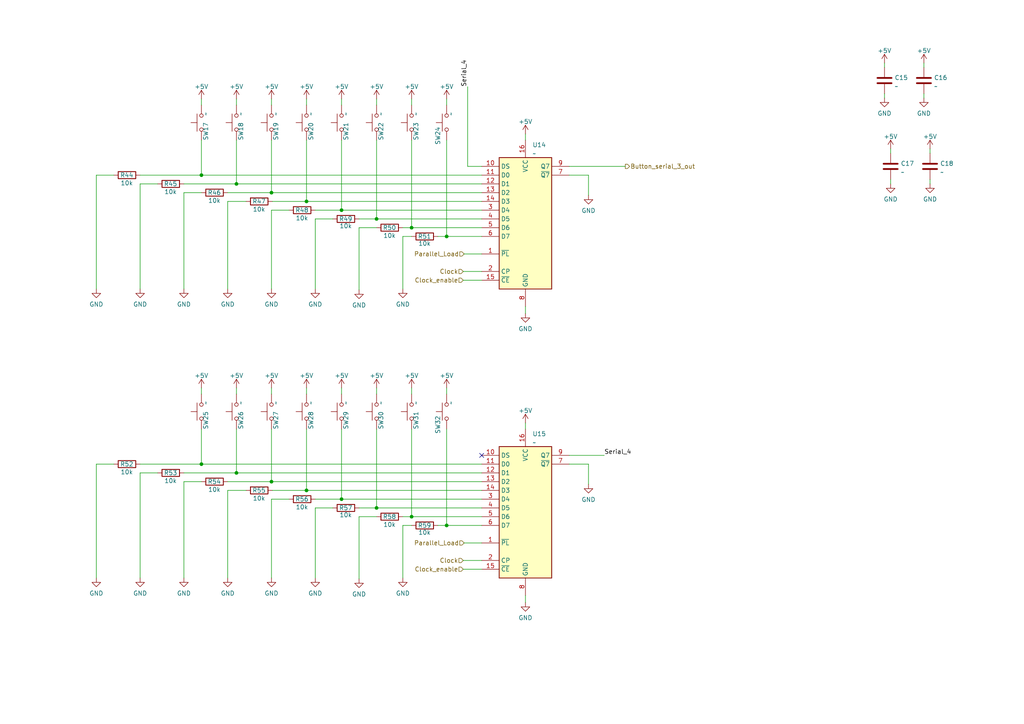
<source format=kicad_sch>
(kicad_sch (version 20211123) (generator eeschema)
  (paper "A4")
  (lib_symbols
    (symbol "74xx:74HC165"
      (property "Reference" "U" (at -7.62 19.05 0))
      (property "Value" "74HC165" (at -7.62 -21.59 0))
      (symbol "74HC165_1_0"
        (pin input line (at -12.7 -10.16 0) (length 5.08) (name "~{PL}") (number "1"))
        (pin input line (at -12.7 15.24 0) (length 5.08) (name "DS") (number "10"))
        (pin input line (at -12.7 12.7 0) (length 5.08) (name "D0") (number "11"))
        (pin input line (at -12.7 10.16 0) (length 5.08) (name "D1") (number "12"))
        (pin input line (at -12.7 7.62 0) (length 5.08) (name "D2") (number "13"))
        (pin input line (at -12.7 5.08 0) (length 5.08) (name "D3") (number "14"))
        (pin input line (at -12.7 -17.78 0) (length 5.08) (name "~{CE}") (number "15"))
        (pin power_in line (at 0 22.86 270) (length 5.08) (name "VCC") (number "16"))
        (pin input line (at -12.7 -15.24 0) (length 5.08) (name "CP") (number "2"))
        (pin input line (at -12.7 2.54 0) (length 5.08) (name "D4") (number "3"))
        (pin input line (at -12.7 0 0) (length 5.08) (name "D5") (number "4"))
        (pin input line (at -12.7 -2.54 0) (length 5.08) (name "D6") (number "5"))
        (pin input line (at -12.7 -5.08 0) (length 5.08) (name "D7") (number "6"))
        (pin output line (at 12.7 12.7 180) (length 5.08) (name "~{Q7}") (number "7"))
        (pin power_in line (at 0 -25.4 90) (length 5.08) (name "GND") (number "8"))
        (pin output line (at 12.7 15.24 180) (length 5.08) (name "Q7") (number "9"))
      )
      (symbol "74HC165_1_1"
        (rectangle (start -7.62 17.78) (end 7.62 -20.32) (stroke (width 0.254)) (fill (type background)))
      )
    )
    (symbol "Device:C" (pin_numbers hide) (pin_names (offset 0.254))
      (property "Reference" "C" (at 0.635 2.54 0))
      (property "Value" "C" (at 0.635 -2.54 0))
      (symbol "C_0_1"
        (polyline (pts (xy -2.032 -0.762) (xy 2.032 -0.762)) (stroke (width 0.508)))
        (polyline (pts (xy -2.032 0.762) (xy 2.032 0.762)) (stroke (width 0.508)))
      )
      (symbol "C_1_1"
        (pin passive line (at 0 3.81 270) (length 2.794) (name "~") (number "1"))
        (pin passive line (at 0 -3.81 90) (length 2.794) (name "~") (number "2"))
      )
    )
    (symbol "Device:R" (pin_numbers hide) (pin_names (offset 0))
      (property "Reference" "R" (at 2.032 0 90))
      (property "Value" "R" (at 0 0 90))
      (symbol "R_0_1"
        (rectangle (start -1.016 -2.54) (end 1.016 2.54) (stroke (width 0.254)))
      )
      (symbol "R_1_1"
        (pin passive line (at 0 3.81 270) (length 1.27) (name "~") (number "1"))
        (pin passive line (at 0 -3.81 90) (length 1.27) (name "~") (number "2"))
      )
    )
    (symbol "Switch:SW_Push" (pin_numbers hide) (pin_names (offset 1.016) hide)
      (property "Reference" "SW" (at 1.27 2.54 0))
      (property "Value" "SW_Push" (at 0 -1.524 0))
      (symbol "SW_Push_0_1"
        (circle (center -2.032 0) (radius 0.508))
        (polyline (pts (xy 0 1.27) (xy 0 3.048)))
        (polyline (pts (xy 2.54 1.27) (xy -2.54 1.27)))
        (circle (center 2.032 0) (radius 0.508))
        (pin passive line (at -5.08 0 0) (length 2.54) (name "1") (number "1"))
        (pin passive line (at 5.08 0 180) (length 2.54) (name "2") (number "2"))
      )
    )
    (symbol "power:+5V" (power) (pin_names (offset 0))
      (property "Value" "+5V" (at 0 3.556 0))
      (symbol "+5V_0_1"
        (polyline (pts (xy -0.762 1.27) (xy 0 2.54)))
        (polyline (pts (xy 0 0) (xy 0 2.54)))
        (polyline (pts (xy 0 2.54) (xy 0.762 1.27)))
      )
      (symbol "+5V_1_1"
        (pin power_in line (at 0 0 90) (length 0) hide (name "+5V") (number "1"))
      )
    )
    (symbol "power:GND" (power) (pin_names (offset 0))
      (property "Value" "GND" (at 0 -3.81 0))
      (symbol "GND_0_1"
        (polyline (pts (xy 0 0) (xy 0 -1.27) (xy 1.27 -1.27) (xy 0 -2.54) (xy -1.27 -1.27) (xy 0 -1.27)))
      )
      (symbol "GND_1_1"
        (pin power_in line (at 0 0 270) (length 0) hide (name "GND") (number "1"))
      )
    )
  )
  (junction (at 109.22 63.5))
  (junction (at 119.38 149.86))
  (junction (at 99.06 144.78))
  (junction (at 129.54 68.58))
  (junction (at 58.42 50.8))
  (junction (at 78.74 139.7))
  (junction (at 88.9 142.24))
  (junction (at 119.38 66.04))
  (junction (at 129.54 152.4))
  (junction (at 88.9 58.42))
  (junction (at 68.58 137.16))
  (junction (at 109.22 147.32))
  (junction (at 78.74 55.88))
  (junction (at 68.58 53.34))
  (junction (at 58.42 134.62))
  (junction (at 99.06 60.96))
  (no_connect (at 139.7 132.08))
  (wire (pts (xy 152.4 88.9) (xy 152.4 90.932)))
  (wire (pts (xy 104.14 63.5) (xy 109.22 63.5)))
  (wire (pts (xy 127 68.58) (xy 129.54 68.58)))
  (wire (pts (xy 53.34 139.7) (xy 53.34 167.64)))
  (wire (pts (xy 66.04 142.24) (xy 66.04 167.64)))
  (wire (pts (xy 88.9 124.46) (xy 88.9 142.24)))
  (wire (pts (xy 53.34 53.34) (xy 68.58 53.34)))
  (wire (pts (xy 256.54 19.558) (xy 256.54 18.288)))
  (wire (pts (xy 134.366 162.56) (xy 139.7 162.56)))
  (wire (pts (xy 78.74 112.522) (xy 78.74 114.3)))
  (wire (pts (xy 71.374 58.42) (xy 66.04 58.42)))
  (wire (pts (xy 68.58 137.16) (xy 139.7 137.16)))
  (wire (pts (xy 119.38 124.46) (xy 119.38 149.86)))
  (wire (pts (xy 116.84 66.04) (xy 119.38 66.04)))
  (wire (pts (xy 119.38 68.58) (xy 116.84 68.58)))
  (wire (pts (xy 258.318 52.07) (xy 258.318 53.34)))
  (wire (pts (xy 99.06 40.64) (xy 99.06 60.96)))
  (wire (pts (xy 109.22 112.522) (xy 109.22 114.3)))
  (wire (pts (xy 78.74 144.78) (xy 78.74 167.64)))
  (wire (pts (xy 129.54 112.522) (xy 129.54 114.3)))
  (wire (pts (xy 104.14 149.86) (xy 109.22 149.86)))
  (wire (pts (xy 109.22 40.64) (xy 109.22 63.5)))
  (wire (pts (xy 33.02 50.8) (xy 27.94 50.8)))
  (wire (pts (xy 104.14 66.04) (xy 109.22 66.04)))
  (wire (pts (xy 99.06 124.46) (xy 99.06 144.78)))
  (wire (pts (xy 27.94 134.62) (xy 27.94 167.64)))
  (wire (pts (xy 119.38 149.86) (xy 139.7 149.86)))
  (wire (pts (xy 96.52 63.5) (xy 91.44 63.5)))
  (wire (pts (xy 88.9 112.522) (xy 88.9 114.3)))
  (wire (pts (xy 116.84 68.58) (xy 116.84 83.82)))
  (wire (pts (xy 58.42 40.64) (xy 58.42 50.8)))
  (wire (pts (xy 116.84 152.4) (xy 116.84 167.64)))
  (wire (pts (xy 58.42 124.46) (xy 58.42 134.62)))
  (wire (pts (xy 58.42 28.702) (xy 58.42 30.48)))
  (wire (pts (xy 269.748 52.07) (xy 269.748 53.34)))
  (wire (pts (xy 53.34 55.88) (xy 53.34 83.82)))
  (wire (pts (xy 40.64 134.62) (xy 58.42 134.62)))
  (wire (pts (xy 66.04 139.7) (xy 78.74 139.7)))
  (wire (pts (xy 256.54 27.178) (xy 256.54 28.448)))
  (wire (pts (xy 152.4 122.682) (xy 152.4 124.46)))
  (wire (pts (xy 129.54 68.58) (xy 139.7 68.58)))
  (wire (pts (xy 78.74 139.7) (xy 139.7 139.7)))
  (wire (pts (xy 269.748 43.18) (xy 269.748 44.45)))
  (wire (pts (xy 165.1 50.8) (xy 170.688 50.8)))
  (wire (pts (xy 58.42 139.7) (xy 53.34 139.7)))
  (wire (pts (xy 134.62 157.48) (xy 139.7 157.48)))
  (wire (pts (xy 68.58 40.64) (xy 68.58 53.34)))
  (wire (pts (xy 96.52 147.32) (xy 91.44 147.32)))
  (wire (pts (xy 134.366 78.74) (xy 139.7 78.74)))
  (wire (pts (xy 58.42 50.8) (xy 139.7 50.8)))
  (wire (pts (xy 152.4 38.862) (xy 152.4 40.64)))
  (wire (pts (xy 116.84 149.86) (xy 119.38 149.86)))
  (wire (pts (xy 267.97 18.288) (xy 267.97 19.558)))
  (wire (pts (xy 66.04 58.42) (xy 66.04 83.82)))
  (wire (pts (xy 109.22 147.32) (xy 139.7 147.32)))
  (wire (pts (xy 71.374 142.24) (xy 66.04 142.24)))
  (wire (pts (xy 78.74 60.96) (xy 78.74 83.82)))
  (wire (pts (xy 129.54 40.64) (xy 129.54 68.58)))
  (wire (pts (xy 78.74 28.702) (xy 78.74 30.48)))
  (wire (pts (xy 170.688 50.8) (xy 170.688 56.642)))
  (wire (pts (xy 91.44 60.96) (xy 99.06 60.96)))
  (wire (pts (xy 119.38 28.702) (xy 119.38 30.48)))
  (wire (pts (xy 78.74 124.46) (xy 78.74 139.7)))
  (wire (pts (xy 78.74 55.88) (xy 139.7 55.88)))
  (wire (pts (xy 40.64 137.16) (xy 40.64 167.64)))
  (wire (pts (xy 68.58 124.46) (xy 68.58 137.16)))
  (wire (pts (xy 40.64 53.34) (xy 40.64 83.82)))
  (wire (pts (xy 53.34 137.16) (xy 68.58 137.16)))
  (wire (pts (xy 134.366 165.1) (xy 139.7 165.1)))
  (wire (pts (xy 129.54 124.46) (xy 129.54 152.4)))
  (wire (pts (xy 45.72 53.34) (xy 40.64 53.34)))
  (wire (pts (xy 109.22 124.46) (xy 109.22 147.32)))
  (wire (pts (xy 58.42 55.88) (xy 53.34 55.88)))
  (wire (pts (xy 58.42 112.522) (xy 58.42 114.3)))
  (wire (pts (xy 91.44 144.78) (xy 99.06 144.78)))
  (wire (pts (xy 104.14 84.074) (xy 104.14 66.04)))
  (wire (pts (xy 134.62 73.66) (xy 139.7 73.66)))
  (wire (pts (xy 99.06 144.78) (xy 139.7 144.78)))
  (wire (pts (xy 78.74 60.96) (xy 83.82 60.96)))
  (wire (pts (xy 104.14 167.894) (xy 104.14 149.86)))
  (wire (pts (xy 66.04 55.88) (xy 78.74 55.88)))
  (wire (pts (xy 109.22 28.702) (xy 109.22 30.48)))
  (wire (pts (xy 119.38 152.4) (xy 116.84 152.4)))
  (wire (pts (xy 78.994 58.42) (xy 88.9 58.42)))
  (wire (pts (xy 134.366 81.28) (xy 139.7 81.28)))
  (wire (pts (xy 58.42 134.62) (xy 139.7 134.62)))
  (wire (pts (xy 88.9 40.64) (xy 88.9 58.42)))
  (wire (pts (xy 99.06 60.96) (xy 139.7 60.96)))
  (wire (pts (xy 88.9 142.24) (xy 139.7 142.24)))
  (wire (pts (xy 88.9 58.42) (xy 139.7 58.42)))
  (wire (pts (xy 109.22 63.5) (xy 139.7 63.5)))
  (wire (pts (xy 135.636 25.146) (xy 135.636 48.26)))
  (wire (pts (xy 78.994 142.24) (xy 88.9 142.24)))
  (wire (pts (xy 104.14 147.32) (xy 109.22 147.32)))
  (wire (pts (xy 99.06 112.522) (xy 99.06 114.3)))
  (wire (pts (xy 267.97 27.178) (xy 267.97 28.448)))
  (wire (pts (xy 165.1 134.62) (xy 170.688 134.62)))
  (wire (pts (xy 91.44 63.5) (xy 91.44 83.82)))
  (wire (pts (xy 91.44 147.32) (xy 91.44 167.64)))
  (wire (pts (xy 78.74 144.78) (xy 83.82 144.78)))
  (wire (pts (xy 99.06 28.702) (xy 99.06 30.48)))
  (wire (pts (xy 88.9 28.702) (xy 88.9 30.48)))
  (wire (pts (xy 119.38 66.04) (xy 139.7 66.04)))
  (wire (pts (xy 129.54 28.702) (xy 129.54 30.48)))
  (wire (pts (xy 165.1 48.26) (xy 181.356 48.26)))
  (wire (pts (xy 68.58 112.522) (xy 68.58 114.3)))
  (wire (pts (xy 45.72 137.16) (xy 40.64 137.16)))
  (wire (pts (xy 27.94 50.8) (xy 27.94 83.82)))
  (wire (pts (xy 40.64 50.8) (xy 58.42 50.8)))
  (wire (pts (xy 78.74 40.64) (xy 78.74 55.88)))
  (wire (pts (xy 127 152.4) (xy 129.54 152.4)))
  (wire (pts (xy 258.318 44.45) (xy 258.318 43.18)))
  (wire (pts (xy 119.38 112.522) (xy 119.38 114.3)))
  (wire (pts (xy 119.38 40.64) (xy 119.38 66.04)))
  (wire (pts (xy 68.58 53.34) (xy 139.7 53.34)))
  (wire (pts (xy 129.54 152.4) (xy 139.7 152.4)))
  (wire (pts (xy 139.7 48.26) (xy 135.636 48.26)))
  (wire (pts (xy 33.02 134.62) (xy 27.94 134.62)))
  (wire (pts (xy 68.58 28.702) (xy 68.58 30.48)))
  (wire (pts (xy 152.4 172.72) (xy 152.4 174.752)))
  (wire (pts (xy 165.1 132.08) (xy 175.26 132.08)))
  (wire (pts (xy 170.688 134.62) (xy 170.688 140.462)))
  (label "Serial_4" (at 175.26 132.08 0))
  (label "Serial_4" (at 135.636 25.146 90))
  (hierarchical_label "Parallel_Load" (shape input) (at 134.62 157.48 180))
  (hierarchical_label "Parallel_Load" (shape input) (at 134.62 73.66 180))
  (hierarchical_label "Clock" (shape input) (at 134.366 78.74 180))
  (hierarchical_label "Clock_enable" (shape input) (at 134.366 165.1 180))
  (hierarchical_label "Button_serial_3_out" (shape output) (at 181.356 48.26 0))
  (hierarchical_label "Clock_enable" (shape input) (at 134.366 81.28 180))
  (hierarchical_label "Clock" (shape input) (at 134.366 162.56 180))
  (symbol (lib_id "power:GND") (at 27.94 83.82 0) (unit 1)
    (property "Reference" "#PWR029" (effects hide))
    (property "Value" "~" (at 27.94 88.2634 0))
  )
  (symbol (lib_id "Device:R") (at 49.53 53.34 90) (unit 1)
    (property "Reference" "R45" (at 51.435 53.34 90) (effects (justify left)))
    (property "Value" "10k" (at 51.308 55.626 90) (effects (justify left)))
    (property "Footprint" "Resistor_THT:R_Axial_DIN0207_L6.3mm_D2.5mm_P7.62mm_Horizontal" (effects hide))
  )
  (symbol (lib_id "Switch:SW_Push") (at 88.9 35.56 90) (unit 1)
    (property "Reference" "SW20" (at 90.1731 38.1 0))
    (property "Value" "~" (at 90.17 33.02 0))
    (property "Footprint" "Button_Switch_THT:SW_PUSH_6mm_H5mm" (effects hide))
  )
  (symbol (lib_id "power:GND") (at 152.4 90.932 0) (unit 1)
    (property "Reference" "#PWR037" (effects hide))
    (property "Value" "~" (at 152.4 95.3754 0))
  )
  (symbol (lib_id "power:GND") (at 40.64 83.82 0) (unit 1)
    (property "Reference" "#PWR030" (effects hide))
    (property "Value" "~" (at 40.64 88.2634 0))
  )
  (symbol (lib_id "Switch:SW_Push") (at 78.74 119.38 90) (unit 1)
    (property "Reference" "SW27" (at 80.0131 121.92 0))
    (property "Value" "~" (at 80.01 116.84 0))
    (property "Footprint" "Button_Switch_THT:SW_PUSH_6mm_H5mm" (effects hide))
  )
  (symbol (lib_id "power:+5V") (at 58.42 28.702 0) (unit 1)
    (property "Reference" "#PWR015" (effects hide))
    (property "Value" "~" (at 58.42 25.1262 0))
  )
  (symbol (lib_id "power:+5V") (at 152.4 122.682 0) (unit 1)
    (property "Reference" "#PWR046" (effects hide))
    (property "Value" "~" (at 152.4 119.1062 0))
  )
  (symbol (lib_id "power:GND") (at 170.688 140.462 0) (unit 1)
    (property "Reference" "#PWR047" (effects hide))
    (property "Value" "~" (at 170.688 144.9054 0))
  )
  (symbol (lib_id "power:+5V") (at 68.58 28.702 0) (unit 1)
    (property "Reference" "#PWR016" (effects hide))
    (property "Value" "~" (at 68.58 25.1262 0))
  )
  (symbol (lib_id "Device:R") (at 62.23 139.7 90) (unit 1)
    (property "Reference" "R54" (at 64.135 139.7 90) (effects (justify left)))
    (property "Value" "10k" (at 64.008 141.986 90) (effects (justify left)))
    (property "Footprint" "Resistor_THT:R_Axial_DIN0207_L6.3mm_D2.5mm_P7.62mm_Horizontal" (effects hide))
  )
  (symbol (lib_id "power:+5V") (at 129.54 112.522 0) (unit 1)
    (property "Reference" "#PWR045" (effects hide))
    (property "Value" "~" (at 129.54 108.9462 0))
  )
  (symbol (lib_id "Device:R") (at 62.23 55.88 90) (unit 1)
    (property "Reference" "R46" (at 64.135 55.88 90) (effects (justify left)))
    (property "Value" "10k" (at 64.008 58.166 90) (effects (justify left)))
    (property "Footprint" "Resistor_THT:R_Axial_DIN0207_L6.3mm_D2.5mm_P7.62mm_Horizontal" (effects hide))
  )
  (symbol (lib_id "power:GND") (at 53.34 167.64 0) (unit 1)
    (property "Reference" "#PWR050" (effects hide))
    (property "Value" "~" (at 53.34 172.0834 0))
  )
  (symbol (lib_id "Device:C") (at 258.318 48.26 0) (unit 1)
    (property "Reference" "C17" (at 261.239 47.4253 0) (effects (justify left)))
    (property "Value" "~" (at 261.239 49.9622 0) (effects (justify left)))
    (property "Footprint" "Capacitor_THT:C_Disc_D3.8mm_W2.6mm_P2.50mm" (effects hide))
  )
  (symbol (lib_id "power:GND") (at 116.84 167.64 0) (unit 1)
    (property "Reference" "#PWR054" (effects hide))
    (property "Value" "~" (at 116.84 172.0834 0))
  )
  (symbol (lib_id "Device:R") (at 75.184 58.42 90) (unit 1)
    (property "Reference" "R47" (at 77.089 58.42 90) (effects (justify left)))
    (property "Value" "10k" (at 76.962 60.706 90) (effects (justify left)))
    (property "Footprint" "Resistor_THT:R_Axial_DIN0207_L6.3mm_D2.5mm_P7.62mm_Horizontal" (effects hide))
  )
  (symbol (lib_id "Switch:SW_Push") (at 109.22 119.38 90) (unit 1)
    (property "Reference" "SW30" (at 110.4931 121.92 0))
    (property "Value" "~" (at 110.49 116.84 0))
    (property "Footprint" "Button_Switch_THT:SW_PUSH_6mm_H5mm" (effects hide))
  )
  (symbol (lib_id "Device:R") (at 123.19 68.58 90) (unit 1)
    (property "Reference" "R51" (at 125.095 68.58 90) (effects (justify left)))
    (property "Value" "10k" (at 124.968 70.612 90) (effects (justify left)))
    (property "Footprint" "Resistor_THT:R_Axial_DIN0207_L6.3mm_D2.5mm_P7.62mm_Horizontal" (effects hide))
  )
  (symbol (lib_id "power:+5V") (at 119.38 112.522 0) (unit 1)
    (property "Reference" "#PWR044" (effects hide))
    (property "Value" "~" (at 119.38 108.9462 0))
  )
  (symbol (lib_id "Device:C") (at 267.97 23.368 0) (unit 1)
    (property "Reference" "C16" (at 270.891 22.5333 0) (effects (justify left)))
    (property "Value" "~" (at 270.891 25.0702 0) (effects (justify left)))
    (property "Footprint" "Capacitor_THT:C_Disc_D3.8mm_W2.6mm_P2.50mm" (effects hide))
  )
  (symbol (lib_id "Switch:SW_Push") (at 109.22 35.56 90) (unit 1)
    (property "Reference" "SW22" (at 110.4931 38.1 0))
    (property "Value" "~" (at 110.49 33.02 0))
    (property "Footprint" "Button_Switch_THT:SW_PUSH_6mm_H5mm" (effects hide))
  )
  (symbol (lib_id "Switch:SW_Push") (at 119.38 35.56 90) (unit 1)
    (property "Reference" "SW23" (at 120.6531 38.1 0))
    (property "Value" "~" (at 120.65 33.02 0))
    (property "Footprint" "Button_Switch_THT:SW_PUSH_6mm_H5mm" (effects hide))
  )
  (symbol (lib_id "power:GND") (at 269.748 53.34 0) (unit 1)
    (property "Reference" "#PWR027" (effects hide))
    (property "Value" "~" (at 269.748 57.7834 0))
  )
  (symbol (lib_id "Device:R") (at 113.03 66.04 90) (unit 1)
    (property "Reference" "R50" (at 114.935 66.04 90) (effects (justify left)))
    (property "Value" "10k" (at 114.808 68.326 90) (effects (justify left)))
    (property "Footprint" "Resistor_THT:R_Axial_DIN0207_L6.3mm_D2.5mm_P7.62mm_Horizontal" (effects hide))
  )
  (symbol (lib_id "Switch:SW_Push") (at 58.42 119.38 90) (unit 1)
    (property "Reference" "SW25" (at 59.6931 121.92 0))
    (property "Value" "~" (at 59.69 116.84 0))
    (property "Footprint" "Button_Switch_THT:SW_PUSH_6mm_H5mm" (effects hide))
  )
  (symbol (lib_id "power:GND") (at 258.318 53.34 0) (unit 1)
    (property "Reference" "#PWR026" (effects hide))
    (property "Value" "~" (at 258.318 57.7834 0))
  )
  (symbol (lib_id "74xx:74HC165") (at 152.4 147.32 0) (unit 1)
    (property "Reference" "U15" (at 154.4194 125.8402 0) (effects (justify left)))
    (property "Value" "~" (at 154.4194 128.3771 0) (effects (justify left)))
    (property "Footprint" "Package_DIP:DIP-16_W7.62mm_LongPads" (effects hide))
    (property "Datasheet" "https://assets.nexperia.com/documents/data-sheet/74HC_HCT165.pdf" (effects hide))
  )
  (symbol (lib_id "power:GND") (at 53.34 83.82 0) (unit 1)
    (property "Reference" "#PWR031" (effects hide))
    (property "Value" "~" (at 53.34 88.2634 0))
  )
  (symbol (lib_id "power:+5V") (at 99.06 28.702 0) (unit 1)
    (property "Reference" "#PWR019" (effects hide))
    (property "Value" "~" (at 99.06 25.1262 0))
  )
  (symbol (lib_id "Switch:SW_Push") (at 99.06 119.38 90) (unit 1)
    (property "Reference" "SW29" (at 100.3331 121.92 0))
    (property "Value" "~" (at 100.33 116.84 0))
    (property "Footprint" "Button_Switch_THT:SW_PUSH_6mm_H5mm" (effects hide))
  )
  (symbol (lib_id "power:+5V") (at 78.74 28.702 0) (unit 1)
    (property "Reference" "#PWR017" (effects hide))
    (property "Value" "~" (at 78.74 25.1262 0))
  )
  (symbol (lib_id "power:+5V") (at 256.54 18.288 0) (unit 1)
    (property "Reference" "#PWR011" (effects hide))
    (property "Value" "~" (at 256.54 14.7122 0))
  )
  (symbol (lib_id "power:GND") (at 66.04 83.82 0) (unit 1)
    (property "Reference" "#PWR032" (effects hide))
    (property "Value" "~" (at 66.04 88.2634 0))
  )
  (symbol (lib_id "power:+5V") (at 88.9 28.702 0) (unit 1)
    (property "Reference" "#PWR018" (effects hide))
    (property "Value" "~" (at 88.9 25.1262 0))
  )
  (symbol (lib_id "power:+5V") (at 109.22 28.702 0) (unit 1)
    (property "Reference" "#PWR020" (effects hide))
    (property "Value" "~" (at 109.22 25.1262 0))
  )
  (symbol (lib_id "power:GND") (at 78.74 167.64 0) (unit 1)
    (property "Reference" "#PWR052" (effects hide))
    (property "Value" "~" (at 78.74 172.0834 0))
  )
  (symbol (lib_id "power:GND") (at 256.54 28.448 0) (unit 1)
    (property "Reference" "#PWR013" (effects hide))
    (property "Value" "~" (at 256.54 32.8914 0))
  )
  (symbol (lib_id "power:GND") (at 170.688 56.642 0) (unit 1)
    (property "Reference" "#PWR028" (effects hide))
    (property "Value" "~" (at 170.688 61.0854 0))
  )
  (symbol (lib_id "Switch:SW_Push") (at 68.58 119.38 90) (unit 1)
    (property "Reference" "SW26" (at 69.8531 121.92 0))
    (property "Value" "~" (at 69.85 116.84 0))
    (property "Footprint" "Button_Switch_THT:SW_PUSH_6mm_H5mm" (effects hide))
  )
  (symbol (lib_id "Device:R") (at 123.19 152.4 90) (unit 1)
    (property "Reference" "R59" (at 125.095 152.4 90) (effects (justify left)))
    (property "Value" "10k" (at 124.968 154.432 90) (effects (justify left)))
    (property "Footprint" "Resistor_THT:R_Axial_DIN0207_L6.3mm_D2.5mm_P7.62mm_Horizontal" (effects hide))
  )
  (symbol (lib_id "Device:C") (at 269.748 48.26 0) (unit 1)
    (property "Reference" "C18" (at 272.669 47.4253 0) (effects (justify left)))
    (property "Value" "~" (at 272.669 49.9622 0) (effects (justify left)))
    (property "Footprint" "Capacitor_THT:C_Disc_D3.8mm_W2.6mm_P2.50mm" (effects hide))
  )
  (symbol (lib_id "Switch:SW_Push") (at 119.38 119.38 90) (unit 1)
    (property "Reference" "SW31" (at 120.6531 121.92 0))
    (property "Value" "~" (at 120.65 116.84 0))
    (property "Footprint" "Button_Switch_THT:SW_PUSH_6mm_H5mm" (effects hide))
  )
  (symbol (lib_id "power:+5V") (at 68.58 112.522 0) (unit 1)
    (property "Reference" "#PWR039" (effects hide))
    (property "Value" "~" (at 68.58 108.9462 0))
  )
  (symbol (lib_id "power:+5V") (at 119.38 28.702 0) (unit 1)
    (property "Reference" "#PWR021" (effects hide))
    (property "Value" "~" (at 119.38 25.1262 0))
  )
  (symbol (lib_id "power:+5V") (at 88.9 112.522 0) (unit 1)
    (property "Reference" "#PWR041" (effects hide))
    (property "Value" "~" (at 88.9 108.9462 0))
  )
  (symbol (lib_id "Switch:SW_Push") (at 99.06 35.56 90) (unit 1)
    (property "Reference" "SW21" (at 100.3331 38.1 0))
    (property "Value" "~" (at 100.33 33.02 0))
    (property "Footprint" "Button_Switch_THT:SW_PUSH_6mm_H5mm" (effects hide))
  )
  (symbol (lib_id "power:+5V") (at 99.06 112.522 0) (unit 1)
    (property "Reference" "#PWR042" (effects hide))
    (property "Value" "~" (at 99.06 108.9462 0))
  )
  (symbol (lib_id "power:GND") (at 91.44 167.64 0) (unit 1)
    (property "Reference" "#PWR053" (effects hide))
    (property "Value" "~" (at 91.44 172.0834 0))
  )
  (symbol (lib_id "power:GND") (at 66.04 167.64 0) (unit 1)
    (property "Reference" "#PWR051" (effects hide))
    (property "Value" "~" (at 66.04 172.0834 0))
  )
  (symbol (lib_id "Switch:SW_Push") (at 68.58 35.56 90) (unit 1)
    (property "Reference" "SW18" (at 69.8531 38.1 0))
    (property "Value" "~" (at 69.85 33.02 0))
    (property "Footprint" "Button_Switch_THT:SW_PUSH_6mm_H5mm" (effects hide))
  )
  (symbol (lib_id "power:+5V") (at 109.22 112.522 0) (unit 1)
    (property "Reference" "#PWR043" (effects hide))
    (property "Value" "~" (at 109.22 108.9462 0))
  )
  (symbol (lib_id "Device:R") (at 75.184 142.24 90) (unit 1)
    (property "Reference" "R55" (at 77.089 142.24 90) (effects (justify left)))
    (property "Value" "10k" (at 76.962 144.526 90) (effects (justify left)))
    (property "Footprint" "Resistor_THT:R_Axial_DIN0207_L6.3mm_D2.5mm_P7.62mm_Horizontal" (effects hide))
  )
  (symbol (lib_id "power:+5V") (at 267.97 18.288 0) (unit 1)
    (property "Reference" "#PWR012" (effects hide))
    (property "Value" "~" (at 267.97 14.7122 0))
  )
  (symbol (lib_id "power:GND") (at 104.14 84.074 0) (unit 1)
    (property "Reference" "#PWR036" (effects hide))
    (property "Value" "~" (at 104.14 88.5174 0))
  )
  (symbol (lib_id "Switch:SW_Push") (at 78.74 35.56 90) (unit 1)
    (property "Reference" "SW19" (at 80.0131 38.1 0))
    (property "Value" "~" (at 80.01 33.02 0))
    (property "Footprint" "Button_Switch_THT:SW_PUSH_6mm_H5mm" (effects hide))
  )
  (symbol (lib_id "power:GND") (at 152.4 174.752 0) (unit 1)
    (property "Reference" "#PWR056" (effects hide))
    (property "Value" "~" (at 152.4 179.1954 0))
  )
  (symbol (lib_id "power:GND") (at 267.97 28.448 0) (unit 1)
    (property "Reference" "#PWR014" (effects hide))
    (property "Value" "~" (at 267.97 32.8914 0))
  )
  (symbol (lib_id "power:+5V") (at 258.318 43.18 0) (unit 1)
    (property "Reference" "#PWR024" (effects hide))
    (property "Value" "~" (at 258.318 39.6042 0))
  )
  (symbol (lib_id "power:GND") (at 104.14 167.894 0) (unit 1)
    (property "Reference" "#PWR055" (effects hide))
    (property "Value" "~" (at 104.14 172.3374 0))
  )
  (symbol (lib_id "Device:R") (at 49.53 137.16 90) (unit 1)
    (property "Reference" "R53" (at 51.435 137.16 90) (effects (justify left)))
    (property "Value" "10k" (at 51.308 139.446 90) (effects (justify left)))
    (property "Footprint" "Resistor_THT:R_Axial_DIN0207_L6.3mm_D2.5mm_P7.62mm_Horizontal" (effects hide))
  )
  (symbol (lib_id "Switch:SW_Push") (at 129.54 119.38 90) (unit 1)
    (property "Reference" "SW32" (at 127 123.19 0))
    (property "Value" "~" (at 130.81 116.84 0))
    (property "Footprint" "Button_Switch_THT:SW_PUSH_6mm_H5mm" (effects hide))
  )
  (symbol (lib_id "Device:R") (at 36.83 134.62 90) (unit 1)
    (property "Reference" "R52" (at 38.735 134.62 90) (effects (justify left)))
    (property "Value" "10k" (at 38.608 136.906 90) (effects (justify left)))
    (property "Footprint" "Resistor_THT:R_Axial_DIN0207_L6.3mm_D2.5mm_P7.62mm_Horizontal" (effects hide))
  )
  (symbol (lib_id "Device:R") (at 87.63 144.78 90) (unit 1)
    (property "Reference" "R56" (at 89.535 144.78 90) (effects (justify left)))
    (property "Value" "10k" (at 89.408 147.066 90) (effects (justify left)))
    (property "Footprint" "Resistor_THT:R_Axial_DIN0207_L6.3mm_D2.5mm_P7.62mm_Horizontal" (effects hide))
  )
  (symbol (lib_id "Switch:SW_Push") (at 88.9 119.38 90) (unit 1)
    (property "Reference" "SW28" (at 90.1731 121.92 0))
    (property "Value" "~" (at 90.17 116.84 0))
    (property "Footprint" "Button_Switch_THT:SW_PUSH_6mm_H5mm" (effects hide))
  )
  (symbol (lib_id "power:+5V") (at 269.748 43.18 0) (unit 1)
    (property "Reference" "#PWR025" (effects hide))
    (property "Value" "~" (at 269.748 39.6042 0))
  )
  (symbol (lib_id "Device:R") (at 87.63 60.96 90) (unit 1)
    (property "Reference" "R48" (at 89.535 60.96 90) (effects (justify left)))
    (property "Value" "10k" (at 89.408 63.246 90) (effects (justify left)))
    (property "Footprint" "Resistor_THT:R_Axial_DIN0207_L6.3mm_D2.5mm_P7.62mm_Horizontal" (effects hide))
  )
  (symbol (lib_id "power:GND") (at 40.64 167.64 0) (unit 1)
    (property "Reference" "#PWR049" (effects hide))
    (property "Value" "~" (at 40.64 172.0834 0))
  )
  (symbol (lib_id "Switch:SW_Push") (at 129.54 35.56 90) (unit 1)
    (property "Reference" "SW24" (at 127 39.37 0))
    (property "Value" "~" (at 130.81 33.02 0))
    (property "Footprint" "Button_Switch_THT:SW_PUSH_6mm_H5mm" (effects hide))
  )
  (symbol (lib_id "power:GND") (at 91.44 83.82 0) (unit 1)
    (property "Reference" "#PWR034" (effects hide))
    (property "Value" "~" (at 91.44 88.2634 0))
  )
  (symbol (lib_id "Device:C") (at 256.54 23.368 0) (unit 1)
    (property "Reference" "C15" (at 259.461 22.5333 0) (effects (justify left)))
    (property "Value" "~" (at 259.461 25.0702 0) (effects (justify left)))
    (property "Footprint" "Capacitor_THT:C_Disc_D3.8mm_W2.6mm_P2.50mm" (effects hide))
  )
  (symbol (lib_id "power:GND") (at 78.74 83.82 0) (unit 1)
    (property "Reference" "#PWR033" (effects hide))
    (property "Value" "~" (at 78.74 88.2634 0))
  )
  (symbol (lib_id "Switch:SW_Push") (at 58.42 35.56 90) (unit 1)
    (property "Reference" "SW17" (at 59.6931 38.1 0))
    (property "Value" "~" (at 59.69 33.02 0))
    (property "Footprint" "Button_Switch_THT:SW_PUSH_6mm_H5mm" (effects hide))
  )
  (symbol (lib_id "74xx:74HC165") (at 152.4 63.5 0) (unit 1)
    (property "Reference" "U14" (at 154.4194 42.0202 0) (effects (justify left)))
    (property "Value" "~" (at 154.4194 44.5571 0) (effects (justify left)))
    (property "Footprint" "Package_DIP:DIP-16_W7.62mm_LongPads" (effects hide))
    (property "Datasheet" "https://assets.nexperia.com/documents/data-sheet/74HC_HCT165.pdf" (effects hide))
  )
  (symbol (lib_id "Device:R") (at 113.03 149.86 90) (unit 1)
    (property "Reference" "R58" (at 114.935 149.86 90) (effects (justify left)))
    (property "Value" "10k" (at 114.808 152.146 90) (effects (justify left)))
    (property "Footprint" "Resistor_THT:R_Axial_DIN0207_L6.3mm_D2.5mm_P7.62mm_Horizontal" (effects hide))
  )
  (symbol (lib_id "Device:R") (at 100.33 63.5 90) (unit 1)
    (property "Reference" "R49" (at 102.235 63.5 90) (effects (justify left)))
    (property "Value" "10k" (at 102.108 65.532 90) (effects (justify left)))
    (property "Footprint" "Resistor_THT:R_Axial_DIN0207_L6.3mm_D2.5mm_P7.62mm_Horizontal" (effects hide))
  )
  (symbol (lib_id "Device:R") (at 100.33 147.32 90) (unit 1)
    (property "Reference" "R57" (at 102.235 147.32 90) (effects (justify left)))
    (property "Value" "10k" (at 102.108 149.352 90) (effects (justify left)))
    (property "Footprint" "Resistor_THT:R_Axial_DIN0207_L6.3mm_D2.5mm_P7.62mm_Horizontal" (effects hide))
  )
  (symbol (lib_id "Device:R") (at 36.83 50.8 90) (unit 1)
    (property "Reference" "R44" (at 38.735 50.8 90) (effects (justify left)))
    (property "Value" "10k" (at 38.608 53.086 90) (effects (justify left)))
    (property "Footprint" "Resistor_THT:R_Axial_DIN0207_L6.3mm_D2.5mm_P7.62mm_Horizontal" (effects hide))
  )
  (symbol (lib_id "power:+5V") (at 152.4 38.862 0) (unit 1)
    (property "Reference" "#PWR023" (effects hide))
    (property "Value" "~" (at 152.4 35.2862 0))
  )
  (symbol (lib_id "power:+5V") (at 78.74 112.522 0) (unit 1)
    (property "Reference" "#PWR040" (effects hide))
    (property "Value" "~" (at 78.74 108.9462 0))
  )
  (symbol (lib_id "power:GND") (at 27.94 167.64 0) (unit 1)
    (property "Reference" "#PWR048" (effects hide))
    (property "Value" "~" (at 27.94 172.0834 0))
  )
  (symbol (lib_id "power:+5V") (at 58.42 112.522 0) (unit 1)
    (property "Reference" "#PWR038" (effects hide))
    (property "Value" "~" (at 58.42 108.9462 0))
  )
  (symbol (lib_id "power:GND") (at 116.84 83.82 0) (unit 1)
    (property "Reference" "#PWR035" (effects hide))
    (property "Value" "~" (at 116.84 88.2634 0))
  )
  (symbol (lib_id "power:+5V") (at 129.54 28.702 0) (unit 1)
    (property "Reference" "#PWR022" (effects hide))
    (property "Value" "~" (at 129.54 25.1262 0))
  )
)
</source>
